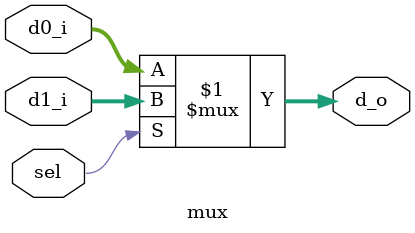
<source format=sv>
`timescale 1ns / 1ps
/* Marc Slaughter msslaughter@sandiego.edu and
	Nick Otto 		nicholasotto@sandiego.edu
	*/
/*
 * COMP300 Lab 2A: Fetch Datapath
 * University of San Diego
 *
 * Written by Donghwan Jeon, 4/10/2007
 * Updated by Sat Garcia, 4/8/2008
 * Updated by MBT, 4/4/2011
 *
 * 2-input Multiplexer (MUX)
 *
 * parameters:
 * 	WIDTH: data width for inputs and output
 */
 
module mux#(parameter WIDTH=10)
(
    input    sel,
    input    [WIDTH-1:0] d0_i,
    input    [WIDTH-1:0] d1_i,
    output   [WIDTH-1:0] d_o
);

assign d_o = (sel) ? d1_i : d0_i;

endmodule

</source>
